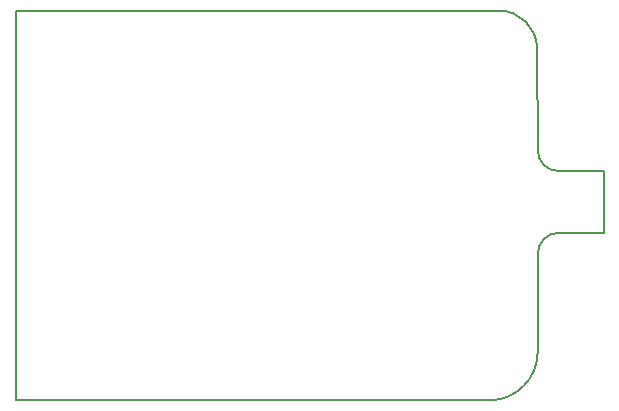
<source format=gko>
G04 #@! TF.FileFunction,Profile,NP*
%FSLAX46Y46*%
G04 Gerber Fmt 4.6, Leading zero omitted, Abs format (unit mm)*
G04 Created by KiCad (PCBNEW (2016-10-28 revision 192d4b8)-makepkg) date 11/16/16 20:27:21*
%MOMM*%
%LPD*%
G01*
G04 APERTURE LIST*
%ADD10C,0.150000*%
G04 APERTURE END LIST*
D10*
X44200000Y-20600000D02*
G75*
G02X46000000Y-18800000I1800000J0D01*
G01*
X44200000Y-28900000D02*
X44200000Y-20600000D01*
X44200001Y-28900003D02*
G75*
G02X40099999Y-33000003I-4100001J1D01*
G01*
X46000000Y-13600000D02*
G75*
G02X44200000Y-11800000I0J1800000D01*
G01*
X40900000Y2D02*
G75*
G02X44150000Y-3249998I0J-3250000D01*
G01*
X0Y0D02*
X40900000Y0D01*
X44200000Y-11800000D02*
X44150000Y-3250000D01*
X49800000Y-13600000D02*
X46000000Y-13600000D01*
X49800000Y-18800000D02*
X49800000Y-13600000D01*
X46000000Y-18800000D02*
X49800000Y-18800000D01*
X0Y-33000000D02*
X40100000Y-33000000D01*
X0Y0D02*
X0Y-33000000D01*
M02*

</source>
